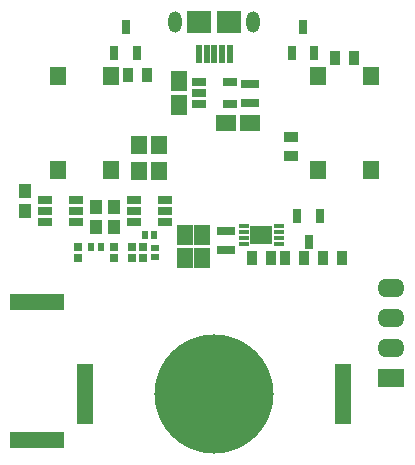
<source format=gbr>
%TF.GenerationSoftware,Altium Limited,Altium Designer,21.6.4 (81)*%
G04 Layer_Color=8388736*
%FSLAX45Y45*%
%MOMM*%
%TF.SameCoordinates,1F3DC5CE-A10F-41C4-B24A-259E2D936CC1*%
%TF.FilePolarity,Negative*%
%TF.FileFunction,Soldermask,Top*%
%TF.Part,Single*%
G01*
G75*
%TA.AperFunction,ComponentPad*%
%ADD40O,2.30000X1.60000*%
%ADD41R,2.30000X1.60000*%
G04:AMPARAMS|DCode=42|XSize=1.1032mm|YSize=1.8032mm|CornerRadius=0.5516mm|HoleSize=0mm|Usage=FLASHONLY|Rotation=180.000|XOffset=0mm|YOffset=0mm|HoleType=Round|Shape=RoundedRectangle|*
%AMROUNDEDRECTD42*
21,1,1.10320,0.70000,0,0,180.0*
21,1,0.00000,1.80320,0,0,180.0*
1,1,1.10320,0.00000,0.35000*
1,1,1.10320,0.00000,0.35000*
1,1,1.10320,0.00000,-0.35000*
1,1,1.10320,0.00000,-0.35000*
%
%ADD42ROUNDEDRECTD42*%
%TA.AperFunction,WasherPad*%
%ADD43C,0.10000*%
%TA.AperFunction,SMDPad,CuDef*%
%ADD49R,0.80320X1.25320*%
%TA.AperFunction,ConnectorPad*%
%ADD50R,0.60320X1.55320*%
%ADD51R,2.10320X1.85420*%
%TA.AperFunction,SMDPad,CuDef*%
%ADD52C,10.10000*%
%ADD53R,1.37000X5.18000*%
%ADD54R,0.90320X1.20320*%
%ADD55R,1.20000X0.70000*%
%ADD56R,1.20320X0.80320*%
%ADD57R,0.85000X0.40000*%
%ADD58R,1.85000X1.55000*%
%ADD59R,1.55000X0.70000*%
%ADD60R,1.20320X0.90320*%
%ADD61R,1.35320X1.65320*%
%ADD62R,1.65320X1.35320*%
%ADD63R,1.10320X1.30320*%
%ADD64R,0.60320X0.70320*%
%ADD65R,1.40000X1.65000*%
%TA.AperFunction,ConnectorPad*%
%ADD66R,4.60000X1.40000*%
%TA.AperFunction,SMDPad,CuDef*%
%ADD67R,0.80320X0.80320*%
%ADD68R,0.70320X0.60320*%
%ADD69R,1.40320X1.60320*%
%ADD70R,0.80320X0.80320*%
D40*
X1500000Y-450000D02*
D03*
Y-704000D02*
D03*
Y-196000D02*
D03*
D41*
Y-958000D02*
D03*
D42*
X-330000Y2050000D02*
D03*
X330000D02*
D03*
D43*
X0Y700000D02*
D03*
D49*
X895000Y410000D02*
D03*
X704999Y410001D02*
D03*
X800000Y190000D02*
D03*
X-750000Y2010000D02*
D03*
X-655000Y1790000D02*
D03*
X-845001Y1789999D02*
D03*
X750000Y2010000D02*
D03*
X845000Y1790000D02*
D03*
X654999Y1789999D02*
D03*
D50*
X-130000Y1782500D02*
D03*
X-65000D02*
D03*
X0D02*
D03*
X65000D02*
D03*
X130000D02*
D03*
D51*
X-130000Y2050000D02*
D03*
X127000D02*
D03*
D52*
X0Y-1100000D02*
D03*
D53*
X1091500Y-1100000D02*
D03*
X-1091500Y-1100000D02*
D03*
D54*
X600000Y50000D02*
D03*
X760000D02*
D03*
X1080001Y49999D02*
D03*
X919999Y50000D02*
D03*
X480000D02*
D03*
X320000D02*
D03*
X1180000Y1750000D02*
D03*
X1020000D02*
D03*
X-730000Y1600000D02*
D03*
X-570000D02*
D03*
D55*
X-420000Y545000D02*
D03*
X-420000Y450000D02*
D03*
Y355001D02*
D03*
X-680001D02*
D03*
X-680000Y450000D02*
D03*
Y545000D02*
D03*
X-1430000Y355000D02*
D03*
X-1430000Y450000D02*
D03*
X-1430000Y545000D02*
D03*
X-1169999Y544999D02*
D03*
X-1170000Y450000D02*
D03*
X-1170000Y355001D02*
D03*
D56*
X-130000Y1545000D02*
D03*
Y1450000D02*
D03*
Y1355000D02*
D03*
X130000D02*
D03*
Y1545000D02*
D03*
D57*
X545000Y175000D02*
D03*
Y225000D02*
D03*
X545000Y275000D02*
D03*
X545000Y325000D02*
D03*
X255000D02*
D03*
Y275000D02*
D03*
X255000Y225000D02*
D03*
Y175000D02*
D03*
D58*
X400000Y250000D02*
D03*
D59*
X100000Y280000D02*
D03*
X99999Y120000D02*
D03*
X300000Y1370000D02*
D03*
Y1530000D02*
D03*
D60*
X650001Y919999D02*
D03*
Y1080001D02*
D03*
D61*
X-250000Y250000D02*
D03*
Y50000D02*
D03*
X-100000Y250000D02*
D03*
Y50000D02*
D03*
X-300000Y1350000D02*
D03*
X-300000Y1550000D02*
D03*
D62*
X100000Y1200000D02*
D03*
X300000D02*
D03*
D63*
X-850001Y315001D02*
D03*
X-850000Y485000D02*
D03*
X-1000001Y315001D02*
D03*
X-1000000Y485000D02*
D03*
X-1600001Y450000D02*
D03*
X-1599999Y619999D02*
D03*
D64*
X-510000Y250000D02*
D03*
X-590000Y250000D02*
D03*
X-1040000Y150000D02*
D03*
X-960000Y150000D02*
D03*
D65*
X-1325000Y802500D02*
D03*
X-875000D02*
D03*
Y1597500D02*
D03*
X-1325000D02*
D03*
X875000Y802500D02*
D03*
X1325000D02*
D03*
Y1597500D02*
D03*
X875000D02*
D03*
D66*
X-1500001Y-315000D02*
D03*
X-1500000Y-1485000D02*
D03*
D67*
X-599993Y150000D02*
D03*
X-700000D02*
D03*
X-599993Y50000D02*
D03*
X-700000D02*
D03*
D68*
X-500000Y60000D02*
D03*
X-500000Y140000D02*
D03*
D69*
X-635000Y790000D02*
D03*
Y1010000D02*
D03*
X-465000Y1010000D02*
D03*
Y790000D02*
D03*
D70*
X-1150000Y150000D02*
D03*
Y49993D02*
D03*
X-849991Y149997D02*
D03*
Y49991D02*
D03*
%TF.MD5,ba2f0a145edf3a3855a17bb2aa12fb6e*%
M02*

</source>
